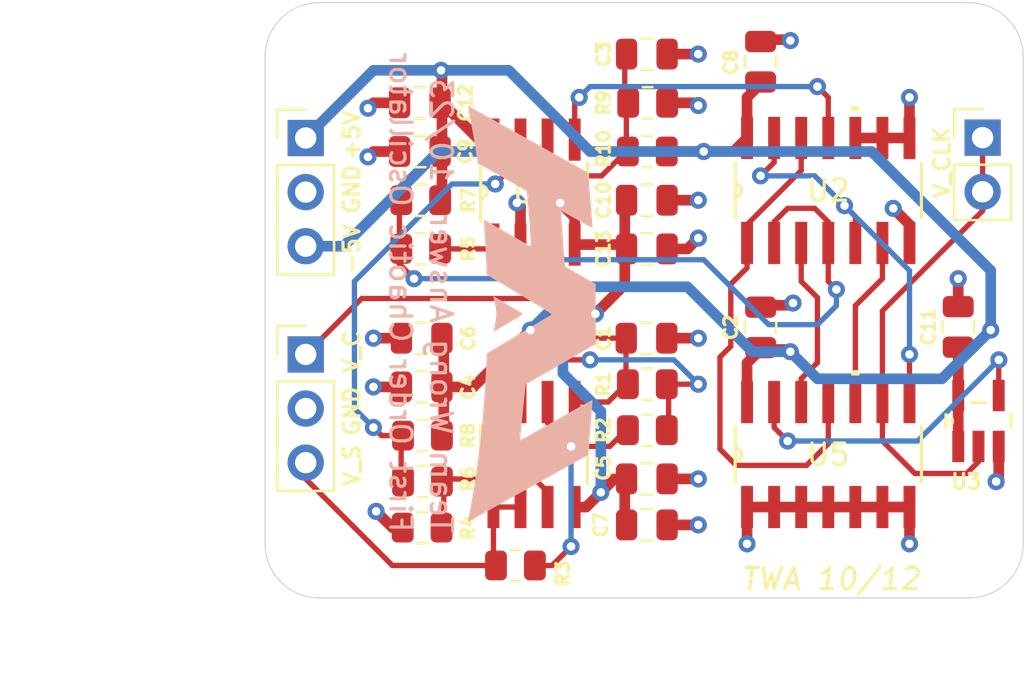
<source format=kicad_pcb>
(kicad_pcb (version 20211014) (generator pcbnew)

  (general
    (thickness 1.5362)
  )

  (paper "A4")
  (title_block
    (title "First Order Chaotic Oscillator PCB")
    (date "2023-10-01")
    (rev "1")
    (company "Team Wrong Answer")
  )

  (layers
    (0 "F.Cu" signal)
    (1 "In1.Cu" signal)
    (2 "In2.Cu" signal)
    (31 "B.Cu" signal)
    (32 "B.Adhes" user "B.Adhesive")
    (33 "F.Adhes" user "F.Adhesive")
    (34 "B.Paste" user)
    (35 "F.Paste" user)
    (36 "B.SilkS" user "B.Silkscreen")
    (37 "F.SilkS" user "F.Silkscreen")
    (38 "B.Mask" user)
    (39 "F.Mask" user)
    (40 "Dwgs.User" user "User.Drawings")
    (41 "Cmts.User" user "User.Comments")
    (42 "Eco1.User" user "User.Eco1")
    (43 "Eco2.User" user "User.Eco2")
    (44 "Edge.Cuts" user)
    (45 "Margin" user)
    (46 "B.CrtYd" user "B.Courtyard")
    (47 "F.CrtYd" user "F.Courtyard")
    (48 "B.Fab" user)
    (49 "F.Fab" user)
    (50 "User.1" user)
    (51 "User.2" user)
    (52 "User.3" user)
    (53 "User.4" user)
    (54 "User.5" user)
    (55 "User.6" user)
    (56 "User.7" user)
    (57 "User.8" user)
    (58 "User.9" user)
  )

  (setup
    (stackup
      (layer "F.SilkS" (type "Top Silk Screen") (color "White"))
      (layer "F.Paste" (type "Top Solder Paste"))
      (layer "F.Mask" (type "Top Solder Mask") (color "Purple") (thickness 0.01))
      (layer "F.Cu" (type "copper") (thickness 0.0432))
      (layer "dielectric 1" (type "core") (thickness 0.2021) (material "FR4") (epsilon_r 4.5) (loss_tangent 0.02))
      (layer "In1.Cu" (type "copper") (thickness 0.0175))
      (layer "dielectric 2" (type "prepreg") (thickness 0.9906) (material "FR4") (epsilon_r 4.5) (loss_tangent 0.02))
      (layer "In2.Cu" (type "copper") (thickness 0.0175))
      (layer "dielectric 3" (type "core") (thickness 0.2021) (material "FR4") (epsilon_r 4.5) (loss_tangent 0.02))
      (layer "B.Cu" (type "copper") (thickness 0.0432))
      (layer "B.Mask" (type "Bottom Solder Mask") (color "Purple") (thickness 0.01))
      (layer "B.Paste" (type "Bottom Solder Paste"))
      (layer "B.SilkS" (type "Bottom Silk Screen") (color "White"))
      (copper_finish "None")
      (dielectric_constraints no)
    )
    (pad_to_mask_clearance 0)
    (pcbplotparams
      (layerselection 0x00010fc_ffffffff)
      (disableapertmacros false)
      (usegerberextensions false)
      (usegerberattributes true)
      (usegerberadvancedattributes true)
      (creategerberjobfile true)
      (svguseinch false)
      (svgprecision 6)
      (excludeedgelayer true)
      (plotframeref false)
      (viasonmask false)
      (mode 1)
      (useauxorigin false)
      (hpglpennumber 1)
      (hpglpenspeed 20)
      (hpglpendiameter 15.000000)
      (dxfpolygonmode true)
      (dxfimperialunits true)
      (dxfusepcbnewfont true)
      (psnegative false)
      (psa4output false)
      (plotreference true)
      (plotvalue true)
      (plotinvisibletext false)
      (sketchpadsonfab false)
      (subtractmaskfromsilk false)
      (outputformat 1)
      (mirror false)
      (drillshape 0)
      (scaleselection 1)
      (outputdirectory "C:/Users/aidan/Documents/KiCad/KiCad Projects/FOCO V1/Fabrication Files SolderStencil/")
    )
  )

  (net 0 "")
  (net 1 "GND")
  (net 2 "/V_DA")
  (net 3 "+5V")
  (net 4 "Net-(R6-Pad1)")
  (net 5 "/LOGIC_IN")
  (net 6 "Net-(R4-Pad2)")
  (net 7 "Net-(R5-Pad1)")
  (net 8 "/V_S")
  (net 9 "Net-(R2-Pad2)")
  (net 10 "Net-(R1-Pad1)")
  (net 11 "/V_CAP")
  (net 12 "-5V")
  (net 13 "/V_CLK")
  (net 14 "Net-(U2-Pad1)")
  (net 15 "Net-(U2-Pad3)")
  (net 16 "Net-(U2-Pad13)")
  (net 17 "Net-(U2-Pad6)")
  (net 18 "/LOGIC_OUT")
  (net 19 "Net-(U3-Pad4)")

  (footprint "Resistor_SMD:R_0805_2012Metric" (layer "F.Cu") (at 156.396 94.234))

  (footprint "MountingHole:MountingHole_2.2mm_M2" (layer "F.Cu") (at 182.118 110.363))

  (footprint "MountingHole:MountingHole_2.2mm_M2" (layer "F.Cu") (at 151.638 87.503))

  (footprint "Capacitor_SMD:C_0805_2012Metric" (layer "F.Cu") (at 156.3585 89.662 180))

  (footprint "Resistor_SMD:R_0805_2012Metric" (layer "F.Cu") (at 160.841 111.379))

  (footprint "Capacitor_SMD:C_0805_2012Metric" (layer "F.Cu") (at 172.339 87.7355 90))

  (footprint "Resistor_SMD:R_0805_2012Metric" (layer "F.Cu") (at 156.48 107.442))

  (footprint "Capacitor_SMD:C_0805_2012Metric" (layer "F.Cu") (at 172.339 100.203 90))

  (footprint "Component Footprints:TL082BCDR" (layer "F.Cu") (at 161.714 106.172 90))

  (footprint "Component Footprints:SN74HC32DR" (layer "F.Cu") (at 175.514 93.7768 90))

  (footprint "Resistor_SMD:R_0805_2012Metric" (layer "F.Cu") (at 167.0425 89.662 180))

  (footprint "Resistor_SMD:R_0805_2012Metric" (layer "F.Cu") (at 156.464 109.601))

  (footprint "Capacitor_SMD:C_0805_2012Metric" (layer "F.Cu") (at 166.989 100.711))

  (footprint "Capacitor_SMD:C_0805_2012Metric" (layer "F.Cu") (at 167.005 96.52 180))

  (footprint "Capacitor_SMD:C_0805_2012Metric" (layer "F.Cu") (at 167.005 87.376))

  (footprint "Capacitor_SMD:C_0805_2012Metric" (layer "F.Cu") (at 167.005 109.474))

  (footprint "MountingHole:MountingHole_2.2mm_M2" (layer "F.Cu") (at 182.118 87.503))

  (footprint "Connector_PinHeader_2.54mm:PinHeader_1x03_P2.54mm_Vertical" (layer "F.Cu") (at 151.003 101.473))

  (footprint "Component Footprints:SN74HC08DR" (layer "F.Cu") (at 175.514 106.172 90))

  (footprint "Resistor_SMD:R_0805_2012Metric" (layer "F.Cu") (at 156.48 105.283))

  (footprint "Resistor_SMD:R_0805_2012Metric" (layer "F.Cu") (at 167.0265 91.948))

  (footprint "Component Footprints:LM393ADR" (layer "F.Cu") (at 161.714 93.853 90))

  (footprint "Resistor_SMD:R_0805_2012Metric" (layer "F.Cu") (at 156.396 96.52 180))

  (footprint "Connector_PinHeader_2.54mm:PinHeader_1x02_P2.54mm_Vertical" (layer "F.Cu") (at 182.753 91.298))

  (footprint "Capacitor_SMD:C_0805_2012Metric" (layer "F.Cu") (at 156.3585 91.948 180))

  (footprint "Capacitor_SMD:C_0805_2012Metric" (layer "F.Cu") (at 181.61 100.1815 90))

  (footprint "Capacitor_SMD:C_0805_2012Metric" (layer "F.Cu") (at 167.005 94.234 180))

  (footprint "Capacitor_SMD:C_0805_2012Metric" (layer "F.Cu") (at 156.4425 100.711 180))

  (footprint "MountingHole:MountingHole_2.2mm_M2" (layer "F.Cu") (at 151.638 110.363))

  (footprint "Resistor_SMD:R_0805_2012Metric" (layer "F.Cu") (at 167.0265 102.87 180))

  (footprint "Resistor_SMD:R_0805_2012Metric" (layer "F.Cu") (at 167.0265 105.029 180))

  (footprint "Capacitor_SMD:C_0805_2012Metric" (layer "F.Cu") (at 156.4425 102.997 180))

  (footprint "Connector_PinHeader_2.54mm:PinHeader_1x03_P2.54mm_Vertical" (layer "F.Cu") (at 151.003 91.313))

  (footprint "Capacitor_SMD:C_0805_2012Metric" (layer "F.Cu") (at 167.005 107.315 180))

  (footprint "Component Footprints:SN74AHC1G86DBVR" (layer "F.Cu") (at 182.560001 104.5972 90))

  (footprint "KiCadLib-Personal:UAH-Logo-Silkscreen" (layer "B.Cu") (at 161.671 99.441 90))

  (gr_arc (start 149.098 87.503) (mid 149.841949 85.706949) (end 151.638 84.963) (layer "Edge.Cuts") (width 0.05) (tstamp 4644daa9-effe-4f77-8b42-beed7545b295))
  (gr_line (start 151.638 84.963) (end 182.118 84.963) (layer "Edge.Cuts") (width 0.05) (tstamp 6f9e3f30-a605-4148-9f25-054053e85975))
  (gr_line (start 151.638 112.903) (end 182.118 112.903) (layer "Edge.Cuts") (width 0.05) (tstamp 9c301b9e-eebf-4c0a-817f-487b8ae3089b))
  (gr_line (start 184.658 87.503) (end 184.658 110.363) (layer "Edge.Cuts") (width 0.05) (tstamp b0394a41-fd64-45a7-8d6e-3109d76934f2))
  (gr_arc (start 184.658 110.363) (mid 183.914051 112.159051) (end 182.118 112.903) (layer "Edge.Cuts") (width 0.05) (tstamp bdc3e813-1f98-4c6c-9f72-dea3a7276cff))
  (gr_line (start 149.098 87.503) (end 149.098 110.363) (layer "Edge.Cuts") (width 0.05) (tstamp dc4da47b-5b08-4122-a2d8-4b8a7f4d4fc4))
  (gr_arc (start 182.118 84.963) (mid 183.914051 85.706949) (end 184.658 87.503) (layer "Edge.Cuts") (width 0.05) (tstamp eac8c26d-28bc-487c-85a3-efca6758ee56))
  (gr_arc (start 151.638 112.903) (mid 149.841949 112.159051) (end 149.098 110.363) (layer "Edge.Cuts") (width 0.05) (tstamp edb5bb03-4415-4623-9d67-27f3fb66bc32))
  (gr_text "First Order Chaotic Oscillator" (at 155.448 98.552 270) (layer "B.SilkS") (tstamp 5fedf4b0-e51c-4c02-9eb6-669ef460dbb6)
    (effects (font (size 1 1) (thickness 0.15)) (justify mirror))
  )
  (gr_text "Team Wrong Answer  10/23" (at 157.353 99.187 270) (layer "B.SilkS") (tstamp de212c9d-25a2-4984-971d-27e25a9cb6e1)
    (effects (font (size 1 1) (thickness 0.15)) (justify mirror))
  )
  (gr_text "GND" (at 153.162 104.14 90) (layer "F.SilkS") (tstamp 1e5c2281-5451-425a-a884-115e0e6ac63c)
    (effects (font (size 0.75 0.75) (thickness 0.15)))
  )
  (gr_text "-5V" (at 153.162 96.52 90) (layer "F.SilkS") (tstamp 2bce6bca-a178-45bb-9b5c-aed39367aa16)
    (effects (font (size 0.75 0.75) (thickness 0.15)))
  )
  (gr_text "V_C" (at 153.162 101.346 90) (layer "F.SilkS") (tstamp 35943271-59fc-475e-a25f-459f2d9284be)
    (effects (font (size 0.75 0.75) (thickness 0.15)))
  )
  (gr_text "V_CLK" (at 180.848 92.456 90) (layer "F.SilkS") (tstamp 51406041-689d-4924-8986-f73ed28cd50f)
    (effects (font (size 0.75 0.75) (thickness 0.15)))
  )
  (gr_text "+5V" (at 153.162 91.186 90) (layer "F.SilkS") (tstamp 5dc9247b-6e06-4f1a-be1c-5c9c09ddc138)
    (effects (font (size 0.75 0.75) (thickness 0.15)))
  )
  (gr_text "GND" (at 153.162 93.726 90) (layer "F.SilkS") (tstamp 81e46cf6-3c3d-4781-9e5f-fcc9b9b62831)
    (effects (font (size 0.75 0.75) (thickness 0.15)))
  )
  (gr_text "TWA 10/12" (at 175.641 112.014) (layer "F.SilkS") (tstamp d3e54887-ed33-467a-89c9-b3188e919b50)
    (effects (font (size 1 1) (thickness 0.15) italic))
  )
  (gr_text "V_S" (at 153.162 106.68 90) (layer "F.SilkS") (tstamp db83acb1-66b2-4345-a116-65631abe5136)
    (effects (font (size 0.75 0.75) (thickness 0.15)))
  )
  (dimension (type aligned) (layer "Dwgs.User") (tstamp d420221c-c6ab-4917-a9f8-4c807e89ee99)
    (pts (xy 151.638 84.963) (xy 151.638 112.903))
    (height 8.89)
    (gr_text "27.9400 mm" (at 141.598 98.933 90) (layer "Dwgs.User") (tstamp d420221c-c6ab-4917-a9f8-4c807e89ee99)
      (effects (font (size 1 1) (thickness 0.15)))
    )
    (format (units 3) (units_format 1) (precision 4))
    (style (thickness 0.1) (arrow_length 1.27) (text_position_mode 0) (extension_height 0.58642) (extension_offset 0.5) keep_text_aligned)
  )
  (dimension (type aligned) (layer "Dwgs.User") (tstamp df8d5299-3f61-4004-8c9f-5d2ce27278e5)
    (pts (xy 184.658 110.236) (xy 149.098 110.236))
    (height -6.35)
    (gr_text "35.5600 mm" (at 166.878 115.436) (layer "Dwgs.User") (tstamp df8d5299-3f61-4004-8c9f-5d2ce27278e5)
      (effects (font (size 1 1) (thickness 0.15)))
    )
    (format (units 3) (units_format 1) (precision 4))
    (style (thickness 0.1) (arrow_length 1.27) (text_position_mode 0) (extension_height 0.58642) (extension_offset 0.5) keep_text_aligned)
  )

  (segment (start 178.054 108.6358) (end 179.324 108.6358) (width 0.5) (layer "F.Cu") (net 1) (tstamp 0e822a3a-19dd-4fc6-ab32-6fddccfc9cab))
  (segment (start 168.0425 96.52) (end 168.91 96.52) (width 0.5) (layer "F.Cu") (net 1) (tstamp 195282db-796a-47de-8cb5-0a6d2937af4f))
  (segment (start 181.61 99.144) (end 181.61 97.917) (width 0.5) (layer "F.Cu") (net 1) (tstamp 1b6ffb90-f654-4cc8-8233-a344ad24e2ba))
  (segment (start 176.784 108.6358) (end 175.514 108.6358) (width 0.5) (layer "F.Cu") (net 1) (tstamp 269255c5-1b30-4268-b9f4-4f0ecdd102b4))
  (segment (start 178.054 108.6358) (end 176.784 108.6358) (width 0.5) (layer "F.Cu") (net 1) (tstamp 2b8c9bc9-724c-4185-8695-20cbbe47e32c))
  (segment (start 168.0425 87.376) (end 169.418 87.376) (width 0.5) (layer "F.Cu") (net 1) (tstamp 2d894c3a-2c7a-4e18-9db8-110c6ae0c879))
  (segment (start 173.7575 99.1655) (end 172.339 99.1655) (width 0.5) (layer "F.Cu") (net 1) (tstamp 2fe750cc-8bd4-42ac-ac04-ae8fe34458f9))
  (segment (start 154.178 91.948) (end 153.924 92.202) (width 0.5) (layer "F.Cu") (net 1) (tstamp 34b07bc3-50bc-4723-85d9-8db138b8bf32))
  (segment (start 171.704 108.6358) (end 171.704 110.363) (width 0.5) (layer "F.Cu") (net 1) (tstamp 3891a8d8-ae71-4e83-b456-3ec1a76f5728))
  (segment (start 183.510002 107.319998) (end 183.388 107.442) (width 0.5) (layer "F.Cu") (net 1) (tstamp 434ae04b-ab5b-4d17-835f-99214be20b4f))
  (segment (start 168.0425 89.662) (end 169.291 89.662) (width 0.5) (layer "F.Cu") (net 1) (tstamp 434d9e5b-b228-4816-8cd6-1f1f781ee840))
  (segment (start 173.693 86.698) (end 173.736 86.741) (width 0.5) (layer "F.Cu") (net 1) (tstamp 4f01f816-ba2e-4913-871f-b1855b0ff916))
  (segment (start 161.079 94.531) (end 160.909 94.361) (width 0.5) (layer "F.Cu") (net 1) (tstamp 4f4a0416-9b53-4239-ab8a-68fef9a404dc))
  (segment (start 155.067 109.601) (end 154.305 108.839) (width 0.5) (layer "F.Cu") (net 1) (tstamp 5d7a046b-c765-4df9-b016-183825524094))
  (segment (start 168.0425 94.234) (end 169.418 94.234) (width 0.5) (layer "F.Cu") (net 1) (tstamp 5f1442f8-1fdb-471f-9c3f-a0269db7a2f6))
  (segment (start 161.079 96.3168) (end 161.079 94.531) (width 0.5) (layer "F.Cu") (net 1) (tstamp 695bebd0-a3c3-4fbe-8d25-b9cf1e9e718d))
  (segment (start 155.405 100.711) (end 154.178 100.711) (width 0.5) (layer "F.Cu") (net 1) (tstamp 71ef813e-918d-4146-9818-f8b64e5f975e))
  (segment (start 168.0265 100.711) (end 169.418 100.711) (width 0.5) (layer "F.Cu") (net 1) (tstamp 7548b1b9-fd5a-46a8-8f93-6901103b70e7))
  (segment (start 174.244 108.6358) (end 175.514 108.6358) (width 0.5) (layer "F.Cu") (net 1) (tstamp 871d532d-1524-4570-beb9-70d427a7b5da))
  (segment (start 153.924 89.916) (end 154.178 89.662) (width 0.5) (layer "F.Cu") (net 1) (tstamp 8dabe90d-0ef9-4022-a8b9-7345c2e451e4))
  (segment (start 168.0425 107.315) (end 169.418 107.315) (width 0.5) (layer "F.Cu") (net 1) (tstamp 8ecc5f0e-de53-4fd8-a3f4-db892896cf03))
  (segment (start 168.91 96.52) (end 169.418 96.012) (width 0.5) (layer "F.Cu") (net 1) (tstamp 90137d68-6877-442d-ad51-27b8868fceb3))
  (segment (start 155.464 109.601) (end 155.067 109.601) (width 0.5) (layer "F.Cu") (net 1) (tstamp 9bbd0e45-870e-4b23-89fe-2ac787c83a50))
  (segment (start 171.704 108.6358) (end 172.974 108.6358) (width 0.5) (layer "F.Cu") (net 1) (tstamp 9c76a078-3038-4ed4-b895-5b9dcaac761e))
  (segment (start 172.339 86.698) (end 173.693 86.698) (width 0.5) (layer "F.Cu") (net 1) (tstamp a3226bc7-cc1f-4a3d-a1a5-a7c420c3a8e9))
  (segment (start 179.324 91.313) (end 178.054 91.313) (width 0.5) (layer "F.Cu") (net 1) (tstamp aeaccb1e-8058-4790-ab12-7c6cef8a4257))
  (segment (start 179.324 91.313) (end 179.324 89.408) (width 0.5) (layer "F.Cu") (net 1) (tstamp b3a419e3-a8b4-4ef1-8ced-1cd27e761d9f))
  (segment (start 179.324 96.2406) (end 179.324 95.377) (width 0.5) (layer "F.Cu") (net 1) (tstamp b5d4847d-5978-4b73-b80a-6f5fd92c0cc3))
  (segment (start 183.510002 105.791) (end 183.510002 107.319998) (width 0.5) (layer "F.Cu") (net 1) (tstamp c265002f-2b7e-4afd-9713-369762caa7ba))
  (segment (start 176.784 91.313) (end 178.054 91.313) (width 0.5) (layer "F.Cu") (net 1) (tstamp d3a82827-771d-498c-a3d5-c5ce4bb6f505))
  (segment (start 168.0425 109.474) (end 169.418 109.474) (width 0.5) (layer "F.Cu") (net 1) (tstamp d56a3675-12a6-4806-95c0-73e2eca1f293))
  (segment (start 169.291 89.662) (end 169.418 89.789) (width 0.5) (layer "F.Cu") (net 1) (tstamp da173efc-78bb-438f-88e0-33aa8863f022))
  (segment (start 173.863 99.06) (end 173.7575 99.1655) (width 0.5) (layer "F.Cu") (net 1) (tstamp e0b6d647-7924-4567-a265-ca23b872138f))
  (segment (start 179.324 108.6358) (end 179.324 110.363) (width 0.5) (layer "F.Cu") (net 1) (tstamp ebcb8663-647b-4f80-8612-31b59e14ed10))
  (segment (start 155.405 102.997) (end 154.178 102.997) (width 0.5) (layer "F.Cu") (net 1) (tstamp ed00b9d9-5474-43c3-a0ea-a652b5dc9ec0))
  (segment (start 179.324 95.377) (end 178.562 94.615) (width 0.5) (layer "F.Cu") (net 1) (tstamp f3f89ec9-ba0e-43f1-a9e8-321b07b89eac))
  (segment (start 172.974 108.6358) (end 174.244 108.6358) (width 0.5) (layer "F.Cu") (net 1) (tstamp f61b6ea2-593b-48d0-b45f-352061354e06))
  (segment (start 155.321 91.948) (end 154.178 91.948) (width 0.5) (layer "F.Cu") (net 1) (tstamp f6725361-9bad-45e4-bef9-b13b8fcc87a4))
  (segment (start 154.178 89.662) (end 155.321 89.662) (width 0.5) (layer "F.Cu") (net 1) (tstamp ff9600ee-92f7-4104-babf-ffb3c6e6fe1b))
  (via (at 154.178 100.711) (size 0.8) (drill 0.4) (layers "F.Cu" "B.Cu") (net 1) (tstamp 086f12cb-063b-489f-b510-e757fac961cc))
  (via (at 178.562 94.615) (size 0.8) (drill 0.4) (layers "F.Cu" "B.Cu") (net 1) (tstamp 0adc6ea3-29b1-4a53-a9b6-53287583cecb))
  (via (at 179.324 89.408) (size 0.8) (drill 0.4) (layers "F.Cu" "B.Cu") (net 1) (tstamp 0fbba8ff-d11c-4470-a9ab-7e6cf5749277))
  (via (at 169.418 96.012) (size 0.8) (drill 0.4) (layers "F.Cu" "B.Cu") (net 1) (tstamp 2aeced8e-a5df-46c7-82f1-08094967ec2d))
  (via (at 154.178 102.997) (size 0.8) (drill 0.4) (layers "F.Cu" "B.Cu") (net 1) (tstamp 2e887323-1a24-474f-a3f9-20aa7643c338))
  (via (at 169.418 109.474) (size 0.8) (drill 0.4) (layers "F.Cu" "B.Cu") (net 1) (tstamp 40b131f7-4459-41ed-b227-c33680c534ab))
  (via (at 169.418 87.376) (size 0.8) (drill 0.4) (layers "F.Cu" "B.Cu") (net 1) (tstamp 45a1bf78-719a-4645-8274-9a06fdf70e61))
  (via (at 169.418 89.789) (size 0.8) (drill 0.4) (layers "F.Cu" "B.Cu") (net 1) (tstamp 4f2fde83-a956-4a65-9862-d1f997144fb0))
  (via (at 169.418 100.711) (size 0.8) (drill 0.4) (layers "F.Cu" "B.Cu") (net 1) (tstamp 5c8a91a6-ba89-40d1-bb73-a08a5f85ed19))
  (via (at 160.909 94.361) (size 0.8) (drill 0.4) (layers "F.Cu" "B.Cu") (net 1) (tstamp 606acf32-7490-47f6-9d49-b91b2c54b663))
  (via (at 154.305 108.839) (size 0.8) (drill 0.4) (layers "F.Cu" "B.Cu") (net 1) (tstamp 6964fa84-02e0-450d-8de6-2224ab362167))
  (via (at 169.418 94.234) (size 0.8) (drill 0.4) (layers "F.Cu" "B.Cu") (net 1) (tstamp 6cd404fe-b650-4494-ad64-b26134fbcd1c))
  (via (at 173.863 99.06) (size 0.8) (drill 0.4) (layers "F.Cu" "B.Cu") (net 1) (tstamp 773bf5f2-309d-4fd3-8243-4383da2d9364))
  (via (at 171.704 110.363) (size 0.8) (drill 0.4) (layers "F.Cu" "B.Cu") (net 1) (tstamp 8a042852-0a93-47eb-b9e7-33c89e59ea6d))
  (via (at 181.61 97.917) (size 0.8) (drill 0.4) (layers "F.Cu" "B.Cu") (net 1) (tstamp 8dc4f956-fb95-42bb-a34b-9631922d3ca9))
  (via (at 173.736 86.741) (size 0.8) (drill 0.4) (layers "F.Cu" "B.Cu") (net 1) (tstamp a562ec8f-82e1-4465-b30b-03b49c2795a4))
  (via (at 179.324 110.363) (size 0.8) (drill 0.4) (layers "F.Cu" "B.Cu") (net 1) (tstamp ace59a35-1897-422a-89ff-91a7e28a51ed))
  (via (at 169.418 107.315) (size 0.8) (drill 0.4) (layers "F.Cu" "B.Cu") (net 1) (tstamp bc2e041c-a8a7-406f-bd27-606cedaceed2))
  (via (at 183.388 107.442) (size 0.8) (drill 0.4) (layers "F.Cu" "B.Cu") (net 1) (tstamp c3766879-9fbf-4e1e-a268-367ab5b8c2d7))
  (via (at 153.924 92.202) (size 0.8) (drill 0.4) (layers "F.Cu" "B.Cu") (net 1) (tstamp c5b37aa0-46c9-49d7-a0d3-4c32b8a33f3c))
  (via (at 153.924 89.916) (size 0.8) (drill 0.4) (layers "F.Cu" "B.Cu") (net 1) (tstamp f27195f1-71ed-44d5-a200-db449b8cbdee))
  (segment (start 166.0425 89.662) (end 166.0425 91.932) (width 0.25) (layer "F.Cu") (net 2) (tstamp 052650eb-a10b-4b31-bde9-b7ef05af80f2))
  (segment (start 166.0425 91.932) (end 166.0265 91.948) (width 0.25) (layer "F.Cu") (net 2) (tstamp 0d54174c-3b9c-4dac-b90a-b20dbc9109e4))
  (segment (start 162.349 91.3892) (end 162.349 92.499) (width 0.25) (layer "F.Cu") (net 2) (tstamp 330eac7d-e6f4-4f8f-9da3-51d68fc8db16))
  (segment (start 164.8835 93.091) (end 166.0265 91.948) (width 0.25) (layer "F.Cu") (net 2) (tstamp 527e5c89-fb4a-4294-8350-533b0845684b))
  (segment (start 162.941 93.091) (end 164.8835 93.091) (width 0.25) (layer "F.Cu") (net 2) (tstamp 7384dc1c-76ef-42fb-96ec-9e803d2ff1d4))
  (segment (start 162.349 92.499) (end 162.941 93.091) (width 0.25) (layer "F.Cu") (net 2) (tstamp 7ee75302-0e68-4fd6-8115-e23341542d99))
  (segment (start 165.9675 89.587) (end 166.0425 89.662) (width 0.25) (layer "F.Cu") (net 2) (tstamp 9fbd324b-7579-4f0d-84d7-135f8be68fa4))
  (segment (start 165.9675 87.376) (end 165.9675 89.587) (width 0.25) (layer "F.Cu") (net 2) (tstamp eddfb32c-d52a-4349-8744-3c24b77df41b))
  (segment (start 171.704 89.408) (end 172.339 88.773) (width 0.5) (layer "F.Cu") (net 3) (tstamp 05ea1203-8bc9-4afe-a3ad-9fc52ed3694a))
  (segment (start 171.704 103.7082) (end 171.704 101.8755) (width 0.5) (layer "F.Cu") (net 3) (tstamp 0bb846d0-b752-45e6-81b2-a050d2b5ab68))
  (segment (start 173.6305 101.2405) (end 173.736 101.346) (width 0.5) (layer "F.Cu") (net 3) (tstamp 1838c0fe-d2a9-4862-bfaf-2aa74f3c0bb1))
  (segment (start 159.809 103.7082) (end 159.809 102.065) (width 0.5) (layer "F.Cu") (net 3) (tstamp 19bfff8f-b72f-4152-95c0-bf54fa60226e))
  (segment (start 157.396 88.181) (end 157.353 88.138) (width 0.5) (layer "F.Cu") (net 3) (tstamp 19f136ad-f370-4909-9406-c6848daa0414))
  (segment (start 158.877 102.997) (end 157.48 102.997) (width 0.5) (layer "F.Cu") (net 3) (tstamp 1d406992-bd53-4929-b26b-2e024ac6ef12))
  (segment (start 171.704 91.313) (end 171.704 89.408) (width 0.5) (layer "F.Cu") (net 3) (tstamp 22bd537a-c822-40dc-bec6-c91bef69a422))
  (segment (start 159.809 91.3892) (end 159.1232 91.3892) (width 0.5) (layer "F.Cu") (net 3) (tstamp 2503828f-cd24-4da7-a842-25abfbd01fee))
  (segment (start 157.48 105.283) (end 157.48 102.997) (width 0.5) (layer "F.Cu") (net 3) (tstamp 272a4852-ced9-4fe1-8d91-fd8c8b819952))
  (segment (start 171.069 91.948) (end 171.704 91.313) (width 0.5) (layer "F.Cu") (net 3) (tstamp 283142a7-4e13-4be9-9e2b-5a44aeb523f5))
  (segment (start 157.396 94.234) (end 157.396 91.948) (width 0.5) (layer "F.Cu") (net 3) (tstamp 292a6b9e-15d4-462e-bed7-9917efc2619a))
  (segment (start 181.61 101.219) (end 182.245 101.219) (width 0.5) (layer "F.Cu") (net 3) (tstamp 2da0eeff-d5c1-46eb-b168-8472f167cff8))
  (segment (start 168.0265 91.948) (end 169.672 91.948) (width 0.5) (layer "F.Cu") (net 3) (tstamp 2febd3ed-8f38-4a70-970c-2e34b1c9a019))
  (segment (start 159.809 102.065) (end 158.877 102.997) (width 0.5) (layer "F.Cu") (net 3) (tstamp 37be4ea6-e735-487c-a053-65d332bfba84))
  (segment (start 159.809 102.065) (end 161.544 100.33) (width 0.5) (layer "F.Cu") (net 3) (tstamp 3b28a49e-63a6-4b22-8ebd-33c68d734ed4))
  (segment (start 181.61 103.4034) (end 181.61 105.791) (width 0.5) (layer "F.Cu") (net 3) (tstamp 46b26c45-e433-4acc-8ab8-6754c48167bd))
  (segment (start 157.396 89.662) (end 157.396 91.948) (width 0.5) (layer "F.Cu") (net 3) (tstamp 5d2218cf-d971-4f43-b5a8-cb7595edf631))
  (segment (start 169.672 91.948) (end 171.069 91.948) (width 0.5) (layer "F.Cu") (net 3) (tstamp 7d920975-9a05-416d-86c0-a30cf2e8d10b))
  (segment (start 181.61 103.4034) (end 181.61 101.219) (width 0.5) (layer "F.Cu") (net 3) (tstamp 7e39079d-0ed1-414a-b0da-a374fe41d99c))
  (segment (start 182.245 101.219) (end 183.134 100.33) (width 0.5) (layer "F.Cu") (net 3) (tstamp 8df390be-8342-4723-aa40-6a066129a034))
  (segment (start 172.339 101.2405) (end 173.6305 101.2405) (width 0.5) (layer "F.Cu") (net 3) (tstamp b85e16ad-7908-42a2-86ca-9f549d5c8ced))
  (segment (start 171.704 101.8755) (end 172.339 101.2405) (width 0.5) (layer "F.Cu") (net 3) (tstamp c485fe92-1ac1-4f66-a8bb-3b3b02280bb2))
  (segment (start 159.1232 91.3892) (end 157.396 89.662) (width 0.5) (layer "F.Cu") (net 3) (tstamp d555c256-4de0-431d-b9ea-b30c5afbf3cf))
  (segment (start 157.48 102.997) (end 157.48 100.711) (width 0.5) (layer "F.Cu") (net 3) (tstamp fcdaec62-6150-49d5-b8d3-cfed191ea681))
  (segment (start 157.396 89.662) (end 157.396 88.181) (width 0.5) (layer "F.Cu") (net 3) (tstamp fe9f12a0-0c30-4cfe-b83d-75837aceefed))
  (via (at 173.736 101.346) (size 0.8) (drill 0.4) (layers "F.Cu" "B.Cu") (net 3) (tstamp 4ac271b7-0a62-4883-a8e5-1255a3066d75))
  (via (at 157.353 88.138) (size 0.8) (drill 0.4) (layers "F.Cu" "B.Cu") (net 3) (tstamp 7b6e73f7-3c19-4b78-b386-17e763cfc073))
  (via (at 169.672 91.948) (size 0.8) (drill 0.4) (layers "F.Cu" "B.Cu") (net 3) (tstamp 8f4d79e9-bfa0-48af-9936-0638112a61a4))
  (via (at 183.134 100.33) (size 0.8) (drill 0.4) (layers "F.Cu" "B.Cu") (net 3) (tstamp 98923b2a-adbc-411d-8266-004cd2804e4e))
  (via (at 161.544 100.33) (size 0.8) (drill 0.4) (layers "F.Cu" "B.Cu") (net 3) (tstamp 9de4752f-0a75-40de-becb-982008b9e430))
  (segment (start 160.528 88.138) (end 157.353 88.138) (width 0.5) (layer "B.Cu") (net 3) (tstamp 0c9fe7c5-5529-4844-a935-2e05344e94a1))
  (segment (start 169.672 91.948) (end 164.338 91.948) (width 0.5) (layer "B.Cu") (net 3) (tstamp 1eb0ea9f-5959-4348-b06f-4e2af3a6a896))
  (segment (start 151.003 91.313) (end 154.178 88.138) (width 0.5) (layer "B.Cu") (net 3) (tstamp 40057f2d-1b84-4b80-aca4-663ae4647080))
  (segment (start 164.338 91.948) (end 160.528 88.138) (width 0.5) (layer "B.Cu") (net 3) (tstamp 4014ff0d-c065-4ee0-94e1-4d27faa4e093))
  (segment (start 175.006 102.616) (end 173.736 101.346) (width 0.5) (layer "B.Cu") (net 3) (tstamp 5ce94b1b-42ce-448e-b5e3-29c76abde16d))
  (segment (start 171.958 101.346) (end 168.91 98.298) (width 0.5) (layer "B.Cu") (net 3) (tstamp 7ff54ac6-e725-4ca3-bd0d-6aa976d60326))
  (segment (start 183.134 100.33) (end 180.848 102.616) (width 0.5) (layer "B.Cu") (net 3) (tstamp 890f6757-e486-4dc6-86c6-49af17cbb005))
  (segment (start 177.546 91.948) (end 183.134 97.536) (width 0.5) (layer "B.Cu") (net 3) (tstamp 8d09542d-a4a6-453e-8c37-61414c84526f))
  (segment (start 163.576 98.298) (end 161.544 100.33) (width 0.5) (layer "B.Cu") (net 3) (tstamp 9b2f25b9-5388-4592-8401-fa722591884d))
  (segment (start 168.91 98.298) (end 163.576 98.298) (width 0.5) (layer "B.Cu") (net 3) (tstamp a29af0ef-a6b4-4ede-a260-8dd9d9c9d593))
  (segment (start 154.178 88.138) (end 157.353 88.138) (width 0.5) (layer "B.Cu") (net 3) (tstamp a8ce201a-c70c-4414-bf23-93598ad7f074))
  (segment (start 169.672 91.948) (end 177.546 91.948) (width 0.5) (layer "B.Cu") (net 3) (tstamp aa4a3812-d84c-4891-9fc1-5e5540eecc9e))
  (segment (start 183.134 97.536) (end 183.134 100.33) (width 0.5) (layer "B.Cu") (net 3) (tstamp ade2d05e-81d5-4e74-a352-216867f6e628))
  (segment (start 180.848 102.616) (end 175.006 102.616) (width 0.5) (layer "B.Cu") (net 3) (tstamp bc5e338e-5073-4436-a53a-f75d1908a976))
  (segment (start 173.736 101.346) (end 171.958 101.346) (width 0.5) (layer "B.Cu") (net 3) (tstamp f6be1966-33e6-4565-9ccf-0c164c04e22e))
  (segment (start 154.178 104.902) (end 154.559 105.283) (width 0.25) (layer "F.Cu") (net 4) (tstamp 09c27a3c-5940-41e0-9fd3-d05777476ea7))
  (segment (start 155.48 107.442) (end 155.48 105.283) (width 0.25) (layer "F.Cu") (net 4) (tstamp 0a18dfbf-8c4d-414d-a802-1fe2b3d08cdb))
  (segment (start 161.079 92.286) (end 159.893 93.472) (width 0.25) (layer "F.Cu") (net 4) (tstamp 8db78175-b1a0-4ea9-9c79-4f6da35ae1f9))
  (segment (start 154.559 105.283) (end 155.48 105.283) (width 0.25) (layer "F.Cu") (net 4) (tstamp 8fac9aaf-2dd4-4f75-bb23-8aa7e09bf1cb))
  (segment (start 161.079 91.3892) (end 161.079 92.286) (width 0.25) (layer "F.Cu") (net 4) (tstamp 976764d4-f155-46cf-8f85-3cceca35dffa))
  (via (at 159.893 93.472) (size 0.8) (drill 0.4) (layers "F.Cu" "B.Cu") (net 4) (tstamp 95105d75-6e46-45d6-8d67-566af5f3f5c7))
  (via (at 154.178 104.902) (size 0.8) (drill 0.4) (layers "F.Cu" "B.Cu") (net 4) (tstamp e8197146-a323-4212-a3ec-02f13fffd2d1))
  (segment (start 157.861 93.472) (end 159.893 93.472) (width 0.25) (layer "B.Cu") (net 4) (tstamp 4e59de6a-d5d2-4155-9e0f-5ef5aefe49a5))
  (segment (start 154.178 104.902) (end 153.289 104.013) (width 0.25) (layer "B.Cu") (net 4) (tstamp 8bdaf56a-eb1d-4bda-8221-2dfe6705d69f))
  (segment (start 153.289 98.044) (end 157.861 93.472) (width 0.25) (layer "B.Cu") (net 4) (tstamp ca47ce07-b424-4d8f-8122-e6906ae7dc69))
  (segment (start 153.289 104.013) (end 153.289 98.044) (width 0.25) (layer "B.Cu") (net 4) (tstamp e85fc0b3-f774-4126-8f28-382b7eabd3d9))
  (segment (start 155.396 94.234) (end 155.396 96.52) (width 0.25) (layer "F.Cu") (net 5) (tstamp 09e28b20-a00d-4e63-8536-062e2fb431fa))
  (segment (start 175.514 98.044) (end 175.895 98.425) (width 0.25) (layer "F.Cu") (net 5) (tstamp 22e2274b-d6a3-4410-96c1-e96edc6dd17c))
  (segment (start 172.974 96.2406) (end 172.974 95.25) (width 0.25) (layer "F.Cu") (net 5) (tstamp 29b979ce-d3b5-4513-b0e3-b63211801384))
  (segment (start 155.396 97.23) (end 156.083 97.917) (width 0.25) (layer "F.Cu") (net 5) (tstamp 34747186-911c-42c4-a9e9-b1a78914bbca))
  (segment (start 155.396 96.52) (end 155.396 97.23) (width 0.25) (layer "F.Cu") (net 5) (tstamp 557f64ec-346a-4eed-aac2-02fa411a6960))
  (segment (start 175.514 95.25) (end 175.514 96.2406) (width 0.25) (layer "F.Cu") (net 5) (tstamp 72630ad9-b470-4a50-bab6-e7348f40c950))
  (segment (start 175.514 96.2406) (end 175.514 98.044) (width 0.25) (layer "F.Cu") (net 5) (tstamp 8fc5b1a9-330c-4c04-b301-fbc8270047bf))
  (segment (start 172.974 95.25) (end 173.609 94.615) (width 0.25) (layer "F.Cu") (net 5) (tstamp c5bdfebc-0ccb-459f-a353-556b2da4835f))
  (segment (start 173.609 94.615) (end 174.879 94.615) (width 0.25) (layer "F.Cu") (net 5) (tstamp d9a56098-d151-4019-9581-2471a0c3bd6e))
  (segment (start 174.879 94.615) (end 175.514 95.25) (width 0.25) (layer "F.Cu") (net 5) (tstamp deda3449-d79c-4c54-80b3-5286b029a826))
  (via (at 156.083 97.917) (size 0.8) (drill 0.4) (layers "F.Cu" "B.Cu") (net 5) (tstamp 18890ec7-fc59-4595-9e6d-57765f365a27))
  (via (at 175.895 98.425) (size 0.8) (drill 0.4) (layers "F.Cu" "B.Cu") (net 5) (tstamp 8a5d22a3-fb05-48fc-9cc4-955fc8e2d7b0))
  (segment (start 172.72 100.076) (end 169.672 97.028) (width 0.25) (layer "B.Cu") (net 5) (tstamp 20403f59-ddbb-435c-8568-40af08177e0e))
  (segment (start 175.895 99.187) (end 175.006 100.076) (width 0.25) (layer "B.Cu") (net 5) (tstamp 20450e2e-d7c7-4c98-8d94-0473c48309f9))
  (segment (start 175.006 100.076) (end 172.72 100.076) (width 0.25) (layer "B.Cu") (net 5) (tstamp 3721b89c-44f1-441c-a767-6a5350dfa936))
  (segment (start 175.895 98.425) (end 175.895 99.187) (width 0.25) (layer "B.Cu") (net 5) (tstamp a5b664ef-ab00-45fd-a81b-26de97534ce6))
  (segment (start 161.036 97.028) (end 160.147 97.917) (width 0.25) (layer "B.Cu") (net 5) (tstamp b9ab3f8c-6dde-46ef-8ca9-45b94dafcc65))
  (segment (start 169.672 97.028) (end 161.036 97.028) (width 0.25) (layer "B.Cu") (net 5) (tstamp cb8df530-39e3-4562-adf5-1d7dc29d1c79))
  (segment (start 160.147 97.917) (end 156.083 97.917) (width 0.25) (layer "B.Cu") (net 5) (tstamp d9666725-6179-4307-9a54-58962ca2bbed))
  (segment (start 162.349 108.6358) (end 162.349 107.9246) (width 0.25) (layer "F.Cu") (net 6) (tstamp 220a6da5-607a-4528-ac35-3145d5e78ef8))
  (segment (start 157.601311 107.320689) (end 157.48 107.442) (width 0.25) (layer "F.Cu") (net 6) (tstamp 3ff66356-0978-47a3-ae2f-3043dffec64c))
  (segment (start 162.349 107.9246) (end 161.745089 107.320689) (width 0.25) (layer "F.Cu") (net 6) (tstamp 4c683ea4-b7a7-4dc0-84ef-9c1416607e78))
  (segment (start 161.745089 107.320689) (end 157.601311 107.320689) (width 0.25) (layer "F.Cu") (net 6) (tstamp a5bd3b79-8428-402d-beae-0728f1057b31))
  (segment (start 157.48 107.442) (end 157.48 109.585) (width 0.25) (layer "F.Cu") (net 6) (tstamp b549dd8f-d67e-4546-a04a-54e84edd43de))
  (segment (start 157.48 109.585) (end 157.464 109.601) (width 0.25) (layer "F.Cu") (net 6) (tstamp e2f1aad8-1c66-484f-9fdc-fb1157f1d983))
  (segment (start 159.6058 96.52) (end 159.809 96.3168) (width 0.25) (layer "F.Cu") (net 7) (tstamp 1908a38d-0e6d-4038-a060-2b6f32cf2ba2))
  (segment (start 157.396 96.52) (end 159.6058 96.52) (width 0.25) (layer "F.Cu") (net 7) (tstamp 9a3021c8-8ce1-4c83-ab71-947ef0587782))
  (segment (start 159.809 111.347) (end 159.809 108.6358) (width 0.25) (layer "F.Cu") (net 8) (tstamp 174dbace-6a38-4fd7-8278-d989c15a7cd8))
  (segment (start 159.841 111.379) (end 155.067 111.379) (width 0.25) (layer "F.Cu") (net 8) (tstamp 3074f734-251a-4c80-b170-6ada9a1f1faf))
  (segment (start 155.067 111.379) (end 151.003 107.315) (width 0.25) (layer "F.Cu") (net 8) (tstamp 750c779f-e9a7-4287-bc4c-76662ec7b5e0))
  (segment (start 161.079 108.6358) (end 159.809 108.6358) (width 0.25) (layer "F.Cu") (net 8) (tstamp 9c7ac559-0432-4c85-9f05-c90804266aa9))
  (segment (start 159.841 111.379) (end 159.809 111.347) (width 0.25) (layer "F.Cu") (net 8) (tstamp d540cfdb-8053-49ff-98d9-1c595f3d0688))
  (segment (start 151.003 107.315) (end 151.003 106.553) (width 0.25) (layer "F.Cu") (net 8) (tstamp f30a1d5a-cf38-455c-a9a9-cb36137c8066))
  (segment (start 162.349 104.691) (end 162.349 103.7082) (width 0.25) (layer "F.Cu") (net 9) (tstamp 291064f0-e938-4731-b321-61c1192a2d1f))
  (segment (start 162.56 111.379) (end 161.841 111.379) (width 0.25) (layer "F.Cu") (net 9) (tstamp 4cc204b5-1fa0-436c-9c19-4f5622e9ea04))
  (segment (start 163.449 105.791) (end 162.349 104.691) (width 0.25) (layer "F.Cu") (net 9) (tstamp c6e7d746-3772-483b-b4a3-652dbbc387d7))
  (segment (start 165.2645 105.791) (end 166.0265 105.029) (width 0.25) (layer "F.Cu") (net 9) (tstamp c7f77371-2180-487b-a02d-bcb36970592b))
  (segment (start 163.449 105.791) (end 165.2645 105.791) (width 0.25) (layer "F.Cu") (net 9) (tstamp dabcedad-954a-44fe-b749-0ddb68e0fdf0))
  (segment (start 163.449 110.49) (end 162.56 111.379) (width 0.25) (layer "F.Cu") (net 9) (tstamp ea4e9951-ace3-45cf-87e8-4f7fa0fbf413))
  (via (at 163.449 105.791) (size 0.8) (drill 0.4) (layers "F.Cu" "B.Cu") (net 9) (tstamp 1213e970-b0a1-4ef7-82ae-664f4107822c))
  (via (at 163.449 110.49) (size 0.8) (drill 0.4) (layers "F.Cu" "B.Cu") (net 9) (tstamp 370a81f0-df77-41e4-836c-5091c441d966))
  (segment (start 163.449 110.49) (end 163.449 105.791) (width 0.25) (layer "B.Cu") (net 9) (tstamp a0c5419b-8e7f-4fc7-9456-be50e6d6aed9))
  (segment (start 164.338 101.727) (end 162.041089 101.727) (width 0.25) (layer "F.Cu") (net 10) (tstamp 590a9afc-d22b-424f-bf0f-74c05742541e))
  (segment (start 168.0265 102.87) (end 169.418 102.87) (width 0.25) (layer "F.Cu") (net 10) (tstamp 663a5cc6-63fa-4e18-87ff-48bfcb207472))
  (segment (start 161.079 102.689089) (end 161.079 103.7082) (width 0.25) (layer "F.Cu") (net 10) (tstamp d7fa434c-0f0c-4752-8a34-ada6e70c5958))
  (segment (start 162.041089 101.727) (end 161.079 102.689089) (width 0.25) (layer "F.Cu") (net 10) (tstamp deab3bcf-b01b-4ca1-a6e8-8d79dd99df57))
  (segment (start 168.0265 102.87) (end 168.0265 105.029) (width 0.25) (layer "F.Cu") (net 10) (tstamp fdefe377-66b0-41ad-8724-a99ca6b91c36))
  (via (at 164.338 101.727) (size 0.8) (drill 0.4) (layers "F.Cu" "B.Cu") (net 10) (tstamp 6386135b-e8eb-491a-a937-101f019b2bd0))
  (via (at 169.418 102.87) (size 0.8) (drill 0.4) (layers "F.Cu" "B.Cu") (net 10) (tstamp daaeb2a5-0ef4-40d2-ab66-865b8efbdf82))
  (segment (start 168.275 101.727) (end 169.418 102.87) (width 0.25) (layer "B.Cu") (net 10) (tstamp d6ac5c4a-b344-4689-beb4-f193358f8c0a))
  (segment (start 164.338 101.727) (end 168.275 101.727) (width 0.25) (layer "B.Cu") (net 10) (tstamp e61763e1-df4b-48a3-bb2b-2c2a8fc4282f))
  (segment (start 165.9515 100.711) (end 164.211 100.711) (width 0.25) (layer "F.Cu") (net 11) (tstamp 050a16eb-2edf-41bc-b7ab-d892cf30097c))
  (segment (start 164.211 100.711) (end 162.349 98.849) (width 0.25) (layer "F.Cu") (net 11) (tstamp 0e80ffa4-e307-4b10-9aa8-5b3a012e3630))
  (segment (start 162.349 98.849) (end 162.349 96.3168) (width 0.25) (layer "F.Cu") (net 11) (tstamp 3f68e2ce-2af3-4158-87b6-0220d5117957))
  (segment (start 163.619 103.7082) (end 165.1883 103.7082) (width 0.25) (layer "F.Cu") (net 11) (tstamp 68a245f8-1993-44d4-8914-fe6474b03f38))
  (segment (start 166.0265 100.786) (end 165.9515 100.711) (width 0.25) (layer "F.Cu") (net 11) (tstamp 937c38c6-769f-4090-ad6e-26fd6bb0c9b0))
  (segment (start 151.003 101.473) (end 153.627 98.849) (width 0.25) (layer "F.Cu") (net 11) (tstamp ab7a548a-2eee-4e8a-b074-663dcbe907ac))
  (segment (start 166.0265 102.87) (end 166.0265 100.786) (width 0.25) (layer "F.Cu") (net 11) (tstamp c26d6fd9-f699-4daa-91eb-9aa0d68472eb))
  (segment (start 165.1883 103.7082) (end 166.0265 102.87) (width 0.25) (layer "F.Cu") (net 11) (tstamp d46d03ef-9bc5-43d9-8037-5f20415ff8f7))
  (segment (start 153.627 98.849) (end 162.349 98.849) (width 0.25) (layer "F.Cu") (net 11) (tstamp ef56b093-9094-49d6-be3d-6a15807e5628))
  (segment (start 164.1602 108.6358) (end 163.619 108.6358) (width 0.5) (layer "F.Cu") (net 12) (tstamp 00f2da84-bfff-412d-86b8-157aaf980e31))
  (segment (start 165.9675 96.52) (end 165.9675 94.234) (width 0.5) (layer "F.Cu") (net 12) (tstamp 0faf6360-cf3d-4686-bd2f-0e58bd7b692b))
  (segment (start 165.481 107.315) (end 165.9675 107.315) (width 0.5) (layer "F.Cu") (net 12) (tstamp 11485563-5af3-47ad-86de-14d9d4fd5508))
  (segment (start 165.7643 96.3168) (end 165.9675 96.52) (width 0.5) (layer "F.Cu") (net 12) (tstamp 16de9a13-93d5-4476-b457-6011bce17d22))
  (segment (start 163.619 96.3168) (end 163.619 95.039) (width 0.5) (layer "F.Cu") (net 12) (tstamp 2fbd3c8d-f940-40ad-b90a-4d271998d060))
  (segment (start 163.619 95.039) (end 162.941 94.361) (width 0.5) (layer "F.Cu") (net 12) (tstamp 30dfdca7-864b-42a5-a817-f821e19aedba))
  (segment (start 165.9675 107.315) (end 165.9675 109.474) (width 0.5) (layer "F.Cu") (net 12) (tstamp 4e439033-415a-449d-8c17-4eff952e7185))
  (segment (start 164.846 107.95) (end 164.1602 108.6358) (width 0.5) (layer "F.Cu") (net 12) (tstamp 5fbb35ed-61e7-4e70-817d-4a93190297e0))
  (segment (start 164.846 107.95) (end 165.481 107.315) (width 0.5) (layer "F.Cu") (net 12) (tstamp 7b7c6bd8-2766-4087-a85d-77d8dce88565))
  (segment (start 164.592 99.568) (end 165.9675 98.1925) (width 0.5) (layer "F.Cu") (net 12) (tstamp af10d53a-83d5-4c18-830e-87e9d4cd1cec))
  (segment (start 163.619 96.3168) (end 165.7643 96.3168) (width 0.5) (layer "F.Cu") (net 12) (tstamp d183c8bb-9669-44cd-989c-ff5ce7567d45))
  (segment (start 165.9675 98.1925) (end 165.9675 96.52) (width 0.5) (layer "F.Cu") (net 12) (tstamp f01d870d-1d4c-41ed-84c8-4f0733081e34))
  (via (at 164.592 99.568) (size 0.8) (drill 0.4) (layers "F.Cu" "B.Cu") (net 12) (tstamp 15e94092-14b9-4627-8d92-d34af8a9dfa3))
  (via (at 164.846 107.95) (size 0.8) (drill 0.4) (layers "F.Cu" "B.Cu") (net 12) (tstamp 795df4a2-62ae-4ff2-86fc-8a43e998c345))
  (via (at 162.941 94.361) (size 0.8) (drill 0.4) (layers "F.Cu" "B.Cu") (net 12) (tstamp 97f9648c-cbd9-4735-a9be-3a3574efae93))
  (segment (start 157.226 91.948) (end 160.528 91.948) (width 0.5) (layer "B.Cu") (net 12) (tstamp 59d22455-50da-46ef-a61c-6fefdcb5e349))
  (segment (start 152.781 96.393) (end 157.226 91.948) (width 0.5) (layer "B.Cu") (net 12) (tstamp 59db463e-c29a-4e4b-b273-6553bb540f91))
  (segment (start 163.068 102.362) (end 163.068 101.092) (width 0.5) (layer "B.Cu") (net 12) (tstamp 66c2d427-9d7c-409c-9c8d-aae835afb19d))
  (segment (start 160.528 91.948) (end 162.941 94.361) (width 0.5) (layer "B.Cu") (net 12) (tstamp 67056a7d-f69a-4f61-ae4f-6d2b62b7d8f2))
  (segment (start 163.068 101.092) (end 164.592 99.568) (width 0.5) (layer "B.Cu") (net 12) (tstamp 7478b53a-9a49-4dfd-93bd-52d910d5d8e3))
  (segment (start 164.846 107.95) (end 164.846 104.14) (width 0.5) (layer "B.Cu") (net 12) (tstamp 97375201-ac4c-43ce-9205-c183a8dab151))
  (segment (start 164.846 104.14) (end 163.068 102.362) (width 0.5) (layer "B.Cu") (net 12) (tstamp ae887439-6343-436e-b1a5-dc55d0a622f9))
  (segment (start 151.003 96.393) (end 152.781 96.393) (width 0.5) (layer "B.Cu") (net 12) (tstamp bf408845-c219-4049-a387-92c50c41af45))
  (segment (start 178.054 105.537) (end 179.578 107.061) (width 0.25) (layer "F.Cu") (net 13) (tstamp 2638e121-cd56-4793-bf09-91813ece5f9a))
  (segment (start 182.005022 107.061) (end 182.560001 106.506021) (width 0.25) (layer "F.Cu") (net 13) (tstamp 4a6bcdec-00da-4eaf-a7a5-3c2b8a491c26))
  (segment (start 182.560001 106.506021) (end 182.560001 105.791) (width 0.25) (layer "F.Cu") (net 13) (tstamp 75ee5a55-9aff-43a6-8ae0-e22c35004613))
  (segment (start 178.054 103.7082) (end 178.054 99.429622) (width 0.25) (layer "F.Cu") (net 13) (tstamp 8c78e129-76d0-4bbd-8464-f08388ef6f0d))
  (segment (start 182.753 94.730622) (end 182.753 93.838) (width 0.25) (layer "F.Cu") (net 13) (tstamp 9a73c96d-59b6-4d5b-9fc8-b9584d69612b))
  (segment (start 179.578 107.061) (end 182.005022 107.061) (width 0.25) (layer "F.Cu") (net 13) (tstamp a31b9ffa-a863-4598-842a-f7fb64d1768b))
  (segment (start 182.753 91.298) (end 182.753 93.838) (width 0.25) (layer "F.Cu") (net 13) (tstamp ccde5318-9313-4b7d-b6ca-81b937c11d54))
  (segment (start 178.054 99.429622) (end 182.753 94.730622) (width 0.25) (layer "F.Cu") (net 13) (tstamp d803ff9b-1764-4bc6-943e-e422075f4c7e))
  (segment (start 178.054 103.7082) (end 178.054 105.537) (width 0.25) (layer "F.Cu") (net 13) (tstamp f554b511-67f6-4343-b5e0-aaac397b1525))
  (segment (start 175.514 105.664) (end 174.498 106.68) (width 0.25) (layer "F.Cu") (net 14) (tstamp 0f799bb4-e1f5-4943-a7e6-a02d777cbfe1))
  (segment (start 170.434 105.918) (end 170.434 101.6) (width 0.25) (layer "F.Cu") (net 14) (tstamp 3280a9ae-37bd-44b6-a2b6-67d07ab11a13))
  (segment (start 170.434 101.6) (end 170.942 101.092) (width 0.25) (layer "F.Cu") (net 14) (tstamp 5e9c4093-d3af-46bc-bab3-db7b41725c60))
  (segment (start 171.704 95.377) (end 174.244 92.837) (width 0.25) (layer "F.Cu") (net 14) (tstamp 7377fcfe-99f8-4448-a086-21e31dd75c90))
  (segment (start 174.498 106.68) (end 171.196 106.68) (width 0.25) (layer "F.Cu") (net 14) (tstamp a881adcb-d355-4114-bc6f-2eb0cc4e2abb))
  (segment (start 171.704 96.2406) (end 171.704 95.377) (width 0.25) (layer "F.Cu") (net 14) (tstamp b7ab8ec1-0abd-490d-b8cf-7dbe40cc43a6))
  (segment (start 171.196 106.68) (end 170.434 105.918) (width 0.25) (layer "F.Cu") (net 14) (tstamp d5e45496-6b63-4de6-bc9f-385760dffb24))
  (segment (start 170.942 98.171) (end 171.704 97.409) (width 0.25) (layer "F.Cu") (net 14) (tstamp dd6b2b7e-4090-4e8f-809d-b3665f2b8bb4))
  (segment (start 175.514 103.7082) (end 175.514 105.664) (width 0.25) (layer "F.Cu") (net 14) (tstamp ea7b1f99-b351-43b7-828e-5034e466386f))
  (segment (start 171.704 97.409) (end 171.704 96.2406) (width 0.25) (layer "F.Cu") (net 14) (tstamp f38e8662-1e88-4e50-97c2-07de134f8cfc))
  (segment (start 174.244 92.837) (end 174.244 91.313) (width 0.25) (layer "F.Cu") (net 14) (tstamp f3949105-310f-4ca4-853d-bcf5488c90a8))
  (segment (start 170.942 101.092) (end 170.942 98.171) (width 0.25) (layer "F.Cu") (net 14) (tstamp fb756030-9309-431d-87ac-f1da30a5cf0a))
  (segment (start 174.244 102.616) (end 174.244 103.7082) (width 0.25) (layer "F.Cu") (net 15) (tstamp 26bba37a-019e-468e-9cff-5f1a31d7c5f7))
  (segment (start 174.244 96.2406) (end 174.244 98.044) (width 0.25) (layer "F.Cu") (net 15) (tstamp 37a4e9ab-7a94-4341-bbdc-b7106f40fe82))
  (segment (start 175.006 98.806) (end 175.006 101.854) (width 0.25) (layer "F.Cu") (net 15) (tstamp 40d23c04-1b2b-49b1-85d9-474a40330da8))
  (segment (start 174.244 98.044) (end 175.006 98.806) (width 0.25) (layer "F.Cu") (net 15) (tstamp bc88ae6a-172d-4e44-982d-cc50c92de2ab))
  (segment (start 175.006 101.854) (end 174.244 102.616) (width 0.25) (layer "F.Cu") (net 15) (tstamp f437c451-93e5-4868-8d19-e50f784e40eb))
  (segment (start 179.324 103.7082) (end 179.324 101.473) (width 0.25) (layer "F.Cu") (net 16) (tstamp 67b1b30e-9fa2-4299-b117-b486bba1f95b))
  (segment (start 172.974 92.456) (end 172.339 93.091) (width 0.25) (layer "F.Cu") (net 16) (tstamp 71cd8769-6965-46b6-bd7b-fae4299d5a83))
  (segment (start 176.784 96.2406) (end 176.784 94.996) (width 0.25) (layer "F.Cu") (net 16) (tstamp 7763b72c-df52-4e2f-9f53-ce541085eabf))
  (segment (start 172.974 91.313) (end 172.974 92.456) (width 0.25) (layer "F.Cu") (net 16) (tstamp 841ea2d3-b6b6-4dc3-b542-73df65ce1565))
  (segment (start 176.784 94.996) (end 176.276 94.488) (width 0.25) (layer "F.Cu") (net 16) (tstamp 96945f14-3664-4c68-97a3-82c9151a88a1))
  (via (at 176.276 94.488) (size 0.8) (drill 0.4) (layers "F.Cu" "B.Cu") (net 16) (tstamp 4bb8f403-fd77-4443-8338-2e7482682560))
  (via (at 179.324 101.473) (size 0.8) (drill 0.4) (layers "F.Cu" "B.Cu") (net 16) (tstamp 8706fd4a-bb0e-4bbf-b4ca-0f2703eb42fe))
  (via (at 172.339 93.091) (size 0.8) (drill 0.4) (layers "F.Cu" "B.Cu") (net 16) (tstamp bfcabfcc-4c8f-4c1d-9c36-0465c93bbc21))
  (segment (start 179.324 101.473) (end 179.324 97.536) (width 0.25) (layer "B.Cu") (net 16) (tstamp 4d6258ad-fc29-4a13-bf22-e27eec5a2470))
  (segment (start 179.324 97.536) (end 176.276 94.488) (width 0.25) (layer "B.Cu") (net 16) (tstamp 61ee74b3-0ca8-4a27-b257-a0f050525d00))
  (segment (start 174.879 93.091) (end 172.339 93.091) (width 0.25) (layer "B.Cu") (net 16) (tstamp c1dda5c3-ed73-44a3-b1e0-fb91c6be033f))
  (segment (start 176.276 94.488) (end 174.879 93.091) (width 0.25) (layer "B.Cu") (net 16) (tstamp fec09c91-c217-48e2-b1c1-1a1e80f95a87))
  (segment (start 176.784 99.187) (end 178.054 97.917) (width 0.25) (layer "F.Cu") (net 17) (tstamp 1ea4bfc9-2ce9-4f15-98f6-641e89cdfbb9))
  (segment (start 176.784 103.7082) (end 176.784 99.187) (width 0.25) (layer "F.Cu") (net 17) (tstamp 3355c9d3-24bc-42d8-9020-48c9c700fcb6))
  (segment (start 178.054 97.917) (end 178.054 96.2406) (width 0.25) (layer "F.Cu") (net 17) (tstamp a7c6a5c6-e648-4043-951e-bcbb466fe5e7))
  (segment (start 163.619 89.619) (end 163.619 91.3892) (width 0.25) (layer "F.Cu") (net 18) (tstamp 03c24e73-50df-4563-b840-60ac6e8c0a41))
  (segment (start 175.514 89.408) (end 175.514 91.313) (width 0.25) (layer "F.Cu") (net 18) (tstamp 161c25c9-bd0a-4799-96ae-18998008fece))
  (segment (start 175.006 88.9) (end 175.514 89.408) (width 0.25) (layer "F.Cu") (net 18) (tstamp 77aedf18-bb2d-4d6e-a070-e86eb99587f0))
  (segment (start 163.83 89.408) (end 163.619 89.619) (width 0.25) (layer "F.Cu") (net 18) (tstamp a4c72abd-1cd5-4fd2-88ee-1164af7ba047))
  (via (at 163.83 89.408) (size 0.8) (drill 0.4) (layers "F.Cu" "B.Cu") (net 18) (tstamp 048fd37e-fd6e-4ef1-adb6-e07e1b98153e))
  (via (at 175.006 88.9) (size 0.8) (drill 0.4) (layers "F.Cu" "B.Cu") (net 18) (tstamp 50744cbb-6f96-4d53-94a3-0c3d0947995f))
  (segment (start 163.83 89.408) (end 164.338 88.9) (width 0.25) (layer "B.Cu") (net 18) (tstamp 1acc6a39-16dc-416f-b98a-599014f99d6c))
  (segment (start 164.338 88.9) (end 175.006 88.9) (width 0.25) (layer "B.Cu") (net 18) (tstamp 64ae4917-3c71-4e3c-8704-e83b562885f4))
  (segment (start 172.974 104.902) (end 173.609 105.537) (width 0.25) (layer "F.Cu") (net 19) (tstamp 46e0d105-8518-4213-94d8-6e8b0592aa3d))
  (segment (start 183.510002 103.4034) (end 183.510002 101.731998) (width 0.25) (layer "F.Cu") (net 19) (tstamp 716f6b03-1fe1-4b25-a63c-e3f0da7d320a))
  (segment (start 183.510002 101.731998) (end 183.515 101.727) (width 0.25) (layer "F.Cu") (net 19) (tstamp 73d15cbe-d20d-41b5-8d9d-add5a518fce5))
  (segment (start 172.974 103.7082) (end 172.974 104.902) (width 0.25) (layer "F.Cu") (net 19) (tstamp 836a0128-da19-4559-83bf-8ab8e854d792))
  (via (at 173.609 105.537) (size 0.8) (drill 0.4) (layers "F.Cu" "B.Cu") (net 19) (tstamp 028867a4-5d0c-423a-b304-6cb3d723eea6))
  (via (at 183.515 101.727) (size 0.8) (drill 0.4) (layers "F.Cu" "B.Cu") (net 19) (tstamp d56d4af3-c81e-4697-9a6b-ff11b7c55e91))
  (segment (start 179.705 105.537) (end 173.609 105.537) (width 0.25) (layer "B.Cu") (net 19) (tstamp 49299452-5ce7-48a2-9646-2e3e19addfaf))
  (segment (start 183.515 101.727) (end 179.705 105.537) (width 0.25) (layer "B.Cu") (net 19) (tstamp 5204fbbe-7f6c-4c48-8bbc-549262701f91))

  (zone (net 1) (net_name "GND") (layer "In1.Cu") (tstamp 96922f29-139d-4598-b619-e50fb3e997f6) (hatch edge 0.508)
    (connect_pads (clearance 0.508))
    (min_thickness 0.254) (filled_areas_thickness no)
    (fill yes (thermal_gap 0.508) (thermal_bridge_width 0.508))
    (polygon
      (pts
        (xy 184.658 113.03)
        (xy 149.098 113.03)
        (xy 149.098 84.836)
        (xy 184.658 84.836)
      )
    )
    (filled_polygon
      (layer "In1.Cu")
      (pts
        (xy 182.088057 85.4725)
        (xy 182.102858 85.474805)
        (xy 182.102861 85.474805)
        (xy 182.11173 85.476186)
        (xy 182.127999 85.474059)
        (xy 182.152567 85.473266)
        (xy 182.374985 85.487844)
        (xy 182.391326 85.489995)
        (xy 182.635824 85.538629)
        (xy 182.651743 85.542895)
        (xy 182.88779 85.623022)
        (xy 182.903017 85.629329)
        (xy 183.126592 85.739584)
        (xy 183.140865 85.747825)
        (xy 183.348133 85.886316)
        (xy 183.361206 85.896346)
        (xy 183.445636 85.970389)
        (xy 183.548632 86.060714)
        (xy 183.560286 86.072368)
        (xy 183.667911 86.19509)
        (xy 183.724651 86.25979)
        (xy 183.734684 86.272867)
        (xy 183.873175 86.480135)
        (xy 183.881416 86.494408)
        (xy 183.991671 86.717983)
        (xy 183.997978 86.73321)
        (xy 184.078105 86.969257)
        (xy 184.082371 86.985176)
        (xy 184.131005 87.229673)
        (xy 184.133156 87.246014)
        (xy 184.147264 87.461268)
        (xy 184.146239 87.484304)
        (xy 184.146196 87.487854)
        (xy 184.144814 87.49673)
        (xy 184.146279 87.50793)
        (xy 184.148936 87.528251)
        (xy 184.15 87.544589)
        (xy 184.15 89.970553)
        (xy 184.129998 90.038674)
        (xy 184.076342 90.085167)
        (xy 184.006068 90.095271)
        (xy 183.948435 90.071379)
        (xy 183.869719 90.012385)
        (xy 183.849705 89.997385)
        (xy 183.713316 89.946255)
        (xy 183.651134 89.9395)
        (xy 181.854866 89.9395)
        (xy 181.792684 89.946255)
        (xy 181.656295 89.997385)
        (xy 181.539739 90.084739)
        (xy 181.452385 90.201295)
        (xy 181.401255 90.337684)
        (xy 181.3945 90.399866)
        (xy 181.3945 92.196134)
        (xy 181.401255 92.258316)
        (xy 181.452385 92.394705)
        (xy 181.539739 92.511261)
        (xy 181.656295 92.598615)
        (xy 181.664704 92.601767)
        (xy 181.664705 92.601768)
        (xy 181.773451 92.642535)
        (xy 181.830216 92.685176)
        (xy 181.854916 92.751738)
        (xy 181.839709 92.821087)
        (xy 181.820316 92.847568)
        (xy 181.762915 92.907635)
        (xy 181.693629 92.980138)
        (xy 181.690715 92.98441)
        (xy 181.690714 92.984411)
        (xy 181.632652 93.069527)
        (xy 181.567743 93.16468)
        (xy 181.544936 93.213814)
        (xy 181.510869 93.287206)
        (xy 181.473688 93.367305)
        (xy 181.413989 93.58257)
        (xy 181.390251 93.804695)
        (xy 181.390548 93.809848)
        (xy 181.390548 93.809851)
        (xy 181.394491 93.878237)
        (xy 181.40311 94.027715)
        (xy 181.404247 94.032761)
        (xy 181.404248 94.032767)
        (xy 181.404378 94.033342)
        (xy 181.452222 94.245639)
        (xy 181.536266 94.452616)
        (xy 181.652987 94.643088)
        (xy 181.79925 94.811938)
        (xy 181.971126 94.954632)
        (xy 182.164 95.067338)
        (xy 182.372692 95.14703)
        (xy 182.37776 95.148061)
        (xy 182.377763 95.148062)
        (xy 182.44605 95.161955)
        (xy 182.591597 95.191567)
        (xy 182.596772 95.191757)
        (xy 182.596774 95.191757)
        (xy 182.809673 95.199564)
        (xy 182.809677 95.199564)
        (xy 182.814837 95.199753)
        (xy 182.819957 95.199097)
        (xy 182.819959 95.199097)
        (xy 183.031288 95.172025)
        (xy 183.031289 95.172025)
        (xy 183.036416 95.171368)
        (xy 183.09163 95.154803)
        (xy 183.245429 95.108661)
        (xy 183.245434 95.108659)
        (xy 183.250384 95.107174)
        (xy 183.450994 95.008896)
        (xy 183.63286 94.879173)
        (xy 183.791096 94.721489)
        (xy 183.817887 94.684206)
        (xy 183.921453 94.540077)
        (xy 183.923431 94.541498)
        (xy 183.9682 94.500259)
        (xy 184.038134 94.488025)
        (xy 184.103581 94.515543)
        (xy 184.143762 94.574075)
        (xy 184.15 94.61323)
        (xy 184.15 99.802527)
        (xy 184.129998 99.870648)
        (xy 184.076342 99.917141)
        (xy 184.006068 99.927245)
        (xy 183.941488 99.897751)
        (xy 183.914881 99.865527)
        (xy 183.876341 99.798774)
        (xy 183.87304 99.793056)
        (xy 183.847064 99.764206)
        (xy 183.749675 99.656045)
        (xy 183.749674 99.656044)
        (xy 183.745253 99.651134)
        (xy 183.630829 99.568)
        (xy 183.596094 99.542763)
        (xy 183.596093 99.542762)
        (xy 183.590752 99.538882)
        (xy 183.584724 99.536198)
        (xy 183.584722 99.536197)
        (xy 183.422319 99.463891)
        (xy 183.422318 99.463891)
        (xy 183.416288 99.461206)
        (xy 183.322887 99.441353)
        (xy 183.235944 99.422872)
        (xy 183.235939 99.422872)
        (xy 183.229487 99.4215)
        (xy 183.038513 99.4215)
        (xy 183.032061 99.422872)
        (xy 183.032056 99.422872)
        (xy 182.945113 99.441353)
        (xy 182.851712 99.461206)
        (xy 182.845682 99.463891)
        (xy 182.845681 99.463891)
        (xy 182.683278 99.536197)
        (xy 182.683276 99.536198)
        (xy 182.677248 99.538882)
        (xy 182.671907 99.542762)
        (xy 182.671906 99.542763)
        (xy 182.637171 99.568)
        (xy 182.522747 99.651134)
        (xy 182.518326 99.656044)
  
... [179115 chars truncated]
</source>
